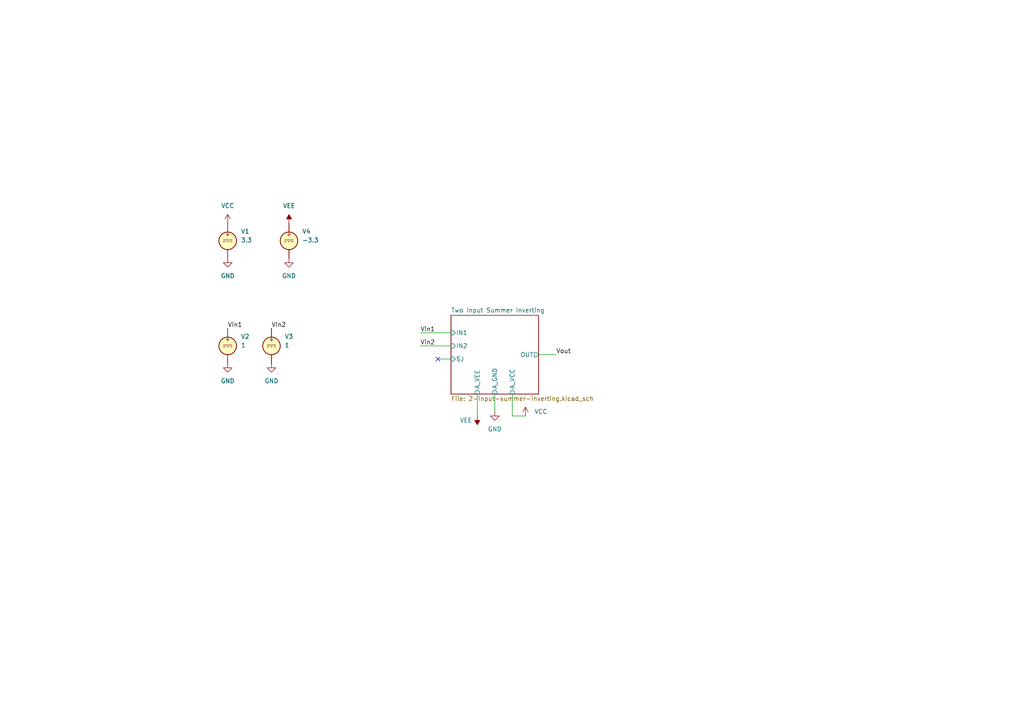
<source format=kicad_sch>
(kicad_sch (version 20211123) (generator eeschema)
  (paper "A4")
  (lib_symbols
    (symbol "Simulation_SPICE:VDC" (pin_numbers hide) (pin_names (offset 0.0254))
      (property "Reference" "V" (at 2.54 2.54 0))
      (property "Value" "VDC" (at 2.54 0 0))
      (property "Spice_Model" "dc(1)" (at 2.54 -2.54 0))
      (symbol "VDC_0_0"
        (polyline (pts (xy -1.27 0.254) (xy 1.27 0.254)))
        (polyline (pts (xy -0.762 -0.254) (xy -1.27 -0.254)))
        (polyline (pts (xy 0.254 -0.254) (xy -0.254 -0.254)))
        (polyline (pts (xy 1.27 -0.254) (xy 0.762 -0.254)))
        (text "+" (at 0 1.905 0) (effects (font (size 1.27 1.27))))
      )
      (symbol "VDC_0_1"
        (circle (center 0 0) (radius 2.54) (stroke (width 0.254)) (fill (type background)))
      )
      (symbol "VDC_1_1"
        (pin passive line (at 0 5.08 270) (length 2.54) (name "~") (number "1"))
        (pin passive line (at 0 -5.08 90) (length 2.54) (name "~") (number "2"))
      )
    )
    (symbol "power:GND" (power) (pin_names (offset 0))
      (property "Value" "GND" (at 0 -3.81 0))
      (symbol "GND_0_1"
        (polyline (pts (xy 0 0) (xy 0 -1.27) (xy 1.27 -1.27) (xy 0 -2.54) (xy -1.27 -1.27) (xy 0 -1.27)))
      )
      (symbol "GND_1_1"
        (pin power_in line (at 0 0 270) (length 0) hide (name "GND") (number "1"))
      )
    )
    (symbol "power:VCC" (power) (pin_names (offset 0))
      (property "Value" "VCC" (at 0 3.81 0))
      (symbol "VCC_0_1"
        (polyline (pts (xy -0.762 1.27) (xy 0 2.54)))
        (polyline (pts (xy 0 0) (xy 0 2.54)))
        (polyline (pts (xy 0 2.54) (xy 0.762 1.27)))
      )
      (symbol "VCC_1_1"
        (pin power_in line (at 0 0 90) (length 0) hide (name "VCC") (number "1"))
      )
    )
    (symbol "power:VEE" (power) (pin_names (offset 0))
      (property "Value" "VEE" (at 0 3.81 0))
      (symbol "VEE_0_1"
        (polyline (pts (xy 0 0) (xy 0 2.54)))
        (polyline (pts (xy 0.762 1.27) (xy -0.762 1.27) (xy 0 2.54) (xy 0.762 1.27)) (fill (type outline)))
      )
      (symbol "VEE_1_1"
        (pin power_in line (at 0 0 90) (length 0) hide (name "VEE") (number "1"))
      )
    )
  )
  (no_connect (at 127 104.14))
  (wire (pts (xy 143.51 114.3) (xy 143.51 119.38)))
  (wire (pts (xy 121.92 100.33) (xy 130.81 100.33)))
  (wire (pts (xy 127 104.14) (xy 130.81 104.14)))
  (wire (pts (xy 152.4 120.65) (xy 148.59 120.65)))
  (wire (pts (xy 121.92 96.52) (xy 130.81 96.52)))
  (wire (pts (xy 148.59 120.65) (xy 148.59 114.3)))
  (wire (pts (xy 138.43 114.3) (xy 138.43 120.65)))
  (wire (pts (xy 156.21 102.87) (xy 161.29 102.87)))
  (label "Vout" (at 161.29 102.87 0))
  (label "Vin1" (at 66.04 95.25 0))
  (label "Vin2" (at 121.92 100.33 0))
  (label "Vin1" (at 121.92 96.52 0))
  (label "Vin2" (at 78.74 95.25 0))
  (symbol (lib_id "Simulation_SPICE:VDC") (at 66.04 100.33 0) (unit 1)
    (property "Reference" "V2" (at 69.85 97.6001 0) (effects (justify left)))
    (property "Value" "VDC" (at 69.85 100.1401 0) (effects (justify left)))
    (property "Spice_Netlist_Enabled" "Y" (effects hide))
    (property "Spice_Primitive" "V" (effects hide))
    (property "Spice_Model" "dc(1)" (at 69.85 102.6801 0) (effects (justify left)))
  )
  (symbol (lib_id "power:VCC") (at 66.04 64.77 0) (unit 1)
    (property "Reference" "#PWR01" (effects hide))
    (property "Value" "VCC" (at 66.04 59.69 0))
  )
  (symbol (lib_id "power:VEE") (at 83.82 64.77 0) (unit 1)
    (property "Reference" "#PWR05" (effects hide))
    (property "Value" "VEE" (at 83.82 59.69 0))
  )
  (symbol (lib_id "power:VEE") (at 138.43 120.65 180) (unit 1)
    (property "Reference" "#PWR07" (effects hide))
    (property "Value" "VEE" (at 133.35 121.92 0) (effects (justify right)))
  )
  (symbol (lib_id "Simulation_SPICE:VDC") (at 83.82 69.85 0) (unit 1)
    (property "Reference" "V4" (at 87.63 67.1201 0) (effects (justify left)))
    (property "Value" "VDC" (at 87.63 69.6601 0) (effects (justify left)))
    (property "Spice_Netlist_Enabled" "Y" (effects hide))
    (property "Spice_Primitive" "V" (effects hide))
    (property "Spice_Model" "dc(-3.3)" (at 87.63 72.2001 0) (effects (justify left)))
  )
  (symbol (lib_id "Simulation_SPICE:VDC") (at 78.74 100.33 0) (unit 1)
    (property "Reference" "V3" (at 82.55 97.6001 0) (effects (justify left)))
    (property "Value" "VDC" (at 82.55 100.1401 0) (effects (justify left)))
    (property "Spice_Netlist_Enabled" "Y" (effects hide))
    (property "Spice_Primitive" "V" (effects hide))
    (property "Spice_Model" "dc(1)" (at 82.55 102.6801 0) (effects (justify left)))
  )
  (symbol (lib_id "power:GND") (at 78.74 105.41 0) (unit 1)
    (property "Reference" "#PWR04" (effects hide))
    (property "Value" "GND" (at 78.74 110.49 0))
  )
  (symbol (lib_id "power:GND") (at 143.51 119.38 0) (unit 1)
    (property "Reference" "#PWR08" (effects hide))
    (property "Value" "GND" (at 143.51 124.46 0))
  )
  (symbol (lib_id "power:GND") (at 66.04 74.93 0) (unit 1)
    (property "Reference" "#PWR02" (effects hide))
    (property "Value" "GND" (at 66.04 80.01 0))
  )
  (symbol (lib_id "power:VCC") (at 152.4 120.65 0) (unit 1)
    (property "Reference" "#PWR09" (effects hide))
    (property "Value" "VCC" (at 154.94 119.3799 0) (effects (justify left)))
  )
  (symbol (lib_id "power:GND") (at 83.82 74.93 0) (unit 1)
    (property "Reference" "#PWR06" (effects hide))
    (property "Value" "GND" (at 83.82 80.01 0))
  )
  (symbol (lib_id "Simulation_SPICE:VDC") (at 66.04 69.85 0) (unit 1)
    (property "Reference" "V1" (at 69.85 67.1201 0) (effects (justify left)))
    (property "Value" "VDC" (at 69.85 69.6601 0) (effects (justify left)))
    (property "Spice_Netlist_Enabled" "Y" (effects hide))
    (property "Spice_Primitive" "V" (effects hide))
    (property "Spice_Model" "dc(3.3)" (at 69.85 72.39 0) (effects (justify left)))
  )
  (symbol (lib_id "power:GND") (at 66.04 105.41 0) (unit 1)
    (property "Reference" "#PWR03" (effects hide))
    (property "Value" "GND" (at 66.04 110.49 0))
  )
  (sheet (at 130.81 91.44) (size 25.4 22.86) (stroke (width 0.1524))
    (property "Sheet name" "Two Input Summer Inverting" (at 130.81 90.7284 0) (effects (justify left bottom)))
    (property "Sheet file" "2-input-summer-inverting.kicad_sch" (at 130.81 114.8846 0) (effects (justify left top)))
    (pin "A_VEE" input (at 138.43 114.3 270))
    (pin "IN1" input (at 130.81 96.52 180))
    (pin "IN2" input (at 130.81 100.33 180))
    (pin "A_GND" input (at 143.51 114.3 270))
    (pin "A_VCC" input (at 148.59 114.3 270))
    (pin "OUT" output (at 156.21 102.87 0))
    (pin "SJ" input (at 130.81 104.14 180))
  )
)
</source>
